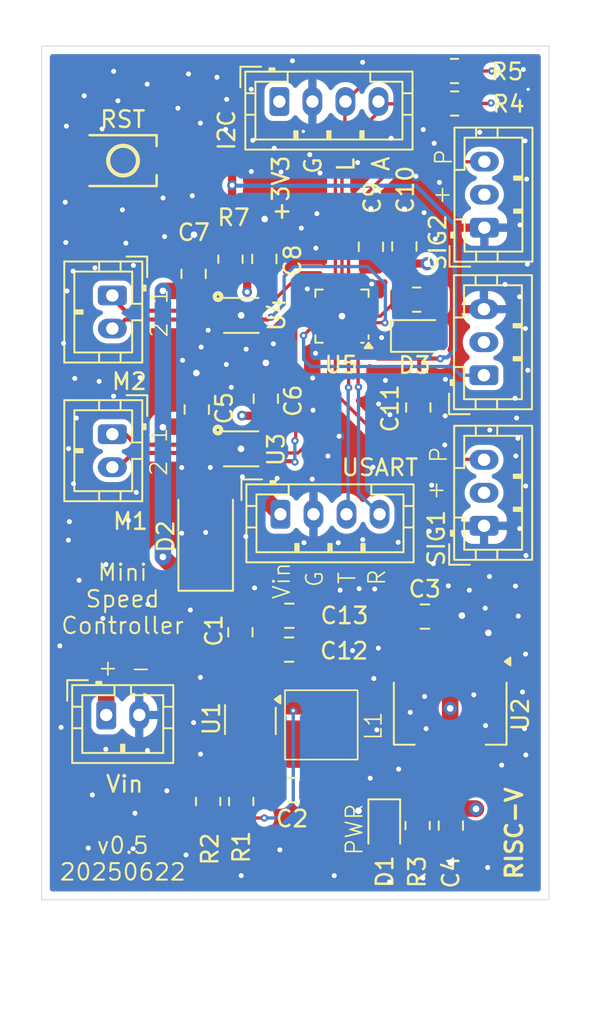
<source format=kicad_pcb>
(kicad_pcb (version 20241229) (generator "pcbnew") (generator_version "9.0")
  (layers (0 "F.Cu" signal) (4 "In1.Cu" signal) (6 "In2.Cu" signal) (2 "B.Cu" signal) (13 "F.Paste" user) (15 "B.Paste" user) (5 "F.SilkS" user "F.Silkscreen") (7 "B.SilkS" user "B.Silkscreen") (1 "F.Mask" user) (3 "B.Mask" user) (25 "Edge.Cuts" user))
  (net 0 "")
  (net 1 "/V_in")
  (net 2 "GND")
  (net 3 "/+3V3")
  (net 4 "/nRST")
  (net 5 "Net-(D1-A)")
  (net 6 "Net-(D3-A)")
  (net 7 "/motor1_out2")
  (net 8 "/motor1_out1")
  (net 9 "/SWDIO")
  (net 10 "/motor2_out1")
  (net 11 "/motor2_out2")
  (net 12 "/SDA")
  (net 13 "/uart_tx")
  (net 14 "/pwm_speed_input1")
  (net 15 "/pwm_speed_input2")
  (net 16 "Net-(U1-BST)")
  (net 17 "/SCL")
  (net 18 "Net-(U5-PA2)")
  (net 19 "/motcon1_pwm_in1")
  (net 20 "/motcon1_sleep")
  (net 21 "/motcon1_in2")
  (net 22 "/motcon2_pwm_in1")
  (net 23 "/motcon2_sleep")
  (net 24 "/motcon2_in2")
  (net 26 "/uart_rx")
  (net 27 "/V_dcdc")
  (net 30 "Net-(D2-A)")
  (net 31 "Net-(U1-FB)")
  (net 32 "/SW")
  (footprint "Resistor_SMD:R_0805_2012Metric_Pad1.20x1.40mm_HandSolder" (layer "F.Cu") (at 31.6 114.05 90)
    (property "Reference" "R1")
    (property "Value" "82k" (hide yes))
  )
  (footprint "libs:WSON-8_L2.0-W2.0-P0.50-TL-EP" (layer "F.Cu") (at 31.60125 84.605)
    (property "Reference" "U4")
    (property "Value" "DRV8837DSGR" (hide yes))
  )
  (footprint "Capacitor_SMD:C_0805_2012Metric_Pad1.18x1.45mm_HandSolder" (layer "F.Cu") (at 41.475 80.425 -90)
    (property "Reference" "C10")
    (property "Value" "10uF" (hide yes))
  )
  (footprint "libs:SW-SMD_L3.9-W3.0-P4.45" (layer "F.Cu") (at 24.45 75.23 180)
    (property "Reference" "SW2" (hide yes))
    (property "Value" "TS-1088-AR02016" (hide yes))
  )
  (footprint "Capacitor_SMD:C_0805_2012Metric_Pad1.18x1.45mm_HandSolder" (layer "F.Cu") (at 31.55 103.8 90)
    (property "Reference" "C1")
    (property "Value" "10uF" (hide yes))
  )
  (footprint "Connector_JST:JST_PH_B3B-PH-K_1x03_P2.00mm_Vertical" (layer "F.Cu") (at 46.3 97.35 90)
    (property "Reference" "J10" (hide yes))
    (property "Value" "Conn_01x03_Socket" (hide yes))
  )
  (footprint "Resistor_SMD:R_0805_2012Metric_Pad1.20x1.40mm_HandSolder" (layer "F.Cu") (at 42.225 83.65)
    (property "Reference" "R6" (hide yes))
    (property "Value" "330" (hide yes))
  )
  (footprint "Connector_JST:JST_PH_B3B-PH-K_1x03_P2.00mm_Vertical" (layer "F.Cu") (at 46.32 79.29 90)
    (property "Reference" "J9" (hide yes))
    (property "Value" "Conn_01x03_Socket" (hide yes))
  )
  (footprint "Connector_JST:JST_PH_B3B-PH-K_1x03_P2.00mm_Vertical" (layer "F.Cu") (at 46.29 88.23 90)
    (property "Reference" "J11" (hide yes))
    (property "Value" "Conn_01x03_Socket" (hide yes))
  )
  (footprint "Resistor_SMD:R_0805_2012Metric_Pad1.20x1.40mm_HandSolder" (layer "F.Cu") (at 30.95 81.2 90)
    (property "Reference" "R7")
    (property "Value" "10k" (hide yes))
  )
  (footprint "Capacitor_SMD:C_0805_2012Metric_Pad1.18x1.45mm_HandSolder" (layer "F.Cu") (at 44.29 115.5125 -90)
    (property "Reference" "C4")
    (property "Value" "10uF" (hide yes))
  )
  (footprint "Resistor_SMD:R_0805_2012Metric_Pad1.20x1.40mm_HandSolder" (layer "F.Cu") (at 44.52 71.77 180)
    (property "Reference" "R4")
    (property "Value" "10k" (hide yes))
  )
  (footprint "libs:WSON-8_L2.0-W2.0-P0.50-TL-EP" (layer "F.Cu") (at 31.59 92.6875)
    (property "Reference" "U3")
    (property "Value" "DRV8837DSGR" (hide yes))
  )
  (footprint "Connector_JST:JST_PH_B2B-PH-K_1x02_P2.00mm_Vertical" (layer "F.Cu") (at 23.43 108.81)
    (property "Reference" "J1" (hide yes))
    (property "Value" "Conn_01x02_Socket" (hide yes))
  )
  (footprint "Capacitor_SMD:C_0805_2012Metric_Pad1.18x1.45mm_HandSolder" (layer "F.Cu") (at 34.5175 102.8 180)
    (property "Reference" "C13")
    (property "Value" "22uF" (hide yes))
  )
  (footprint "Connector_JST:JST_PH_B4B-PH-K_1x04_P2.00mm_Vertical" (layer "F.Cu") (at 33.975 96.65)
    (property "Reference" "J6" (hide yes))
    (property "Value" "Conn_01x04_Socket" (hide yes))
  )
  (footprint "Capacitor_SMD:C_0805_2012Metric_Pad1.18x1.45mm_HandSolder" (layer "F.Cu") (at 28.91 90.3075 -90)
    (property "Reference" "C5")
    (property "Value" "100nF" (hide yes))
  )
  (footprint "LED_SMD:LED_0805_2012Metric" (layer "F.Cu") (at 40.26 115.6025 -90)
    (property "Reference" "D1")
    (property "Value" "LED" (hide yes))
  )
  (footprint "Capacitor_SMD:C_0805_2012Metric_Pad1.18x1.45mm_HandSolder" (layer "F.Cu") (at 34.5 104.85 180)
    (property "Reference" "C12")
    (property "Value" "22uF" (hide yes))
  )
  (footprint "Connector_JST:JST_PH_B4B-PH-K_1x04_P2.00mm_Vertical" (layer "F.Cu") (at 33.91 71.65)
    (property "Reference" "J5" (hide yes))
    (property "Value" "Conn_01x04_Socket" (hide yes))
  )
  (footprint "Package_TO_SOT_SMD:SOT-223-3_TabPin2" (layer "F.Cu") (at 44.25 108.7 -90)
    (property "Reference" "U2")
    (property "Value" "AMS1117-3.3" (hide yes))
  )
  (footprint "Capacitor_SMD:C_0805_2012Metric_Pad1.18x1.45mm_HandSolder" (layer "F.Cu") (at 28.72 82.09 -90)
    (property "Reference" "C7")
    (property "Value" "100nF" (hide yes))
  )
  (footprint "Diode_SMD:D_SMA" (layer "F.Cu") (at 29.45 97.775 90)
    (property "Reference" "D2")
    (property "Value" "SS26" (hide yes))
  )
  (footprint "Resistor_SMD:R_0805_2012Metric_Pad1.20x1.40mm_HandSolder" (layer "F.Cu") (at 44.51 69.8)
    (property "Reference" "R5")
    (property "Value" "10k" (hide yes))
  )
  (footprint "Capacitor_SMD:C_0805_2012Metric_Pad1.18x1.45mm_HandSolder" (layer "F.Cu") (at 42.72 102.85)
    (property "Reference" "C3")
    (property "Value" "10uF" (hide yes))
  )
  (footprint "Resistor_SMD:R_0805_2012Metric_Pad1.20x1.40mm_HandSolder" (layer "F.Cu") (at 29.6 114.05 -90)
    (property "Reference" "R2")
    (property "Value" "10k" (hide yes))
  )
  (footprint "Package_DFN_QFN:QFN-20-1EP_3x3mm_P0.4mm_EP1.65x1.65mm" (layer "F.Cu") (at 37.7 84.65 180)
    (property "Reference" "U5")
    (property "Value" "CH32V003FxUx" (hide yes))
  )
  (footprint "libs:CPX0420" (layer "F.Cu") (at 39.9 104.41 90)
    (property "Reference" "L1")
    (property "Value" "3.3uH" (hide yes))
  )
  (footprint "Connector_JST:JST_PH_B2B-PH-K_1x02_P2.00mm_Vertical" (layer "F.Cu") (at 23.8 91.8 -90)
    (property "Reference" "J2" (hide yes))
    (property "Value" "Conn_01x02_Socket" (hide yes))
  )
  (footprint "Resistor_SMD:R_0805_2012Metric_Pad1.20x1.40mm_HandSolder" (layer "F.Cu") (at 42.28 115.51 90)
    (property "Reference" "R3")
    (property "Value" "330" (hide yes))
  )
  (footprint "Capacitor_SMD:C_0805_2012Metric_Pad1.18x1.45mm_HandSolder" (layer "F.Cu") (at 39.45 80.45 -90)
    (property "Reference" "C9")
    (property "Value" "100nF" (hide yes))
  )
  (footprint "Capacitor_SMD:C_0805_2012Metric_Pad1.18x1.45mm_HandSolder" (layer "F.Cu") (at 33 81.1875 -90)
    (property "Reference" "C8")
    (property "Value" "100nF" (hide yes))
  )
  (footprint "Capacitor_SMD:C_0805_2012Metric_Pad1.18x1.45mm_HandSolder" (layer "F.Cu") (at 42.32 90.18 -90)
    (property "Reference" "C11")
    (property "Value" "100nF" (hide yes))
  )
  (footprint "Capacitor_SMD:C_0805_2012Metric_Pad1.18x1.45mm_HandSolder" (layer "F.Cu") (at 34.6625 113.36)
    (property "Reference" "C2")
    (property "Value" "220nF" (hide yes))
  )
  (footprint "Package_TO_SOT_SMD:TSOT-23-6_HandSoldering" (layer "F.Cu") (at 32.18 109.09 -90)
    (property "Reference" "U1")
    (property "Value" "AP62300TWU" (hide yes))
  )
  (footprint "Connector_JST:JST_PH_B2B-PH-K_1x02_P2.00mm_Vertical" (layer "F.Cu") (at 23.8 83.4 -90)
    (property "Reference" "J4" (hide yes))
    (property "Value" "Conn_01x02_Socket" (hide yes))
  )
  (footprint "Capacitor_SMD:C_0805_2012Metric_Pad1.18x1.45mm_HandSolder" (layer "F.Cu") (at 33.09 89.65 -90)
    (property "Reference" "C6")
    (property "Value" "100nF" (hide yes))
  )
  (footprint "LED_SMD:LED_0805_2012Metric" (layer "F.Cu") (at 42.35 85.85)
    (property "Reference" "D3")
    (property "Value" "LED" (hide yes))
  )
  (gr_rect (start 19.52 68.28) (end 50.23 120) (stroke (width 0.05)) (fill no) (layer "Edge.Cuts"))
  (gr_text "G" (at 35.95 75.53 90) (layer "F.SilkS") (effects (font (size 1 1))))
  (gr_text "PWR" (at 39.03 115.74 90) (layer "F.SilkS") (effects (font (size 1 1) (thickness 0.1)) (justify bottom)))
  (gr_text "2" (at 27.225 86.025 90) (layer "F.SilkS") (effects (font (size 1 1) (thickness 0.1)) (justify left bottom)))
  (gr_text "1" (at 27.225 84 90) (layer "F.SilkS") (effects (font (size 1 1) (thickness 0.1)) (justify left bottom)))
  (gr_text "USART" (at 39.99 93.82 0) (layer "F.SilkS") (effects (font (size 1 1))))
  (gr_text "RISC-V" (at 48.71 118.87 90) (layer "F.SilkS") (effects (font (size 1 1) (thickness 0.2) (bold yes)) (justify left bottom)))
  (gr_text "M1" (at 23.75 97.66 0) (layer "F.SilkS") (effects (font (size 1 1)) (justify left bottom)))
  (gr_text "-" (at 26.21 105.54 180) (layer "F.SilkS") (effects (font (size 1 1) (thickness 0.1)) (justify left bottom)))
  (gr_text "SIG1" (at 44 99.88 90) (layer "F.SilkS") (effects (font (size 1 1)) (justify left bottom)))
  (gr_text "G" (at 36.63 101.14 90) (layer "F.SilkS") (effects (font (size 1 1) (thickness 0.1)) (justify left bottom)))
  (gr_text "+3V3" (at 34 76.93 90) (layer "F.SilkS") (effects (font (size 1 1))))
  (gr_text "Vin" (at 23.33 113.58 0) (layer "F.SilkS") (effects (font (size 1 1)) (justify left bottom)))
  (gr_text "2" (at 27.2 94.4 90) (layer "F.SilkS") (effects (font (size 1 1) (thickness 0.1)) (justify left bottom)))
  (gr_text "I2C" (at 30.72 73.39 90) (layer "F.SilkS") (effects (font (size 1 1))))
  (gr_text "R" (at 40.4 101.04 90) (layer "F.SilkS") (effects (font (size 1 1) (thickness 0.1)) (justify left bottom)))
  (gr_text "v0.5\n20250622" (at 24.43 118.91 0) (layer "F.SilkS") (effects (font (size 1 1) (thickness 0.125)) (justify bottom)))
  (gr_text "1" (at 27.19 92.4 90) (layer "F.SilkS") (effects (font (size 1 1) (thickness 0.1)) (justify left bottom)))
  (gr_text "SIG2" (at 44.08 81.96 90) (layer "F.SilkS") (effects (font (size 1 1)) (justify left bottom)))
  (gr_text "Mini\nSpeed\nController" (at 24.42 103.98 0) (layer "F.SilkS") (effects (font (size 1 1) (thickness 0.125)) (justify bottom)))
  (gr_text "M2" (at 23.68 89.19 0) (layer "F.SilkS") (effects (font (size 1 1)) (justify left bottom)))
  (gr_text "P" (at 44.14 93.61 90) (layer "F.SilkS") (effects (font (size 1 1) (thickness 0.1)) (justify left bottom)))
  (gr_text "+" (at 42.74 95.71 0) (layer "F.SilkS") (effects (font (size 1 1) (thickness 0.1)) (justify left bottom)))
  (gr_text "+" (at 24.04 106.69 90) (layer "F.SilkS") (effects (font (size 1 1) (thickness 0.1)) (justify left bottom)))
  (gr_text "RST" (at 24.43 72.73 0) (layer "F.SilkS") (effects (font (size 1 1))))
  (gr_text "T" (at 38.6 100.96 90) (layer "F.SilkS") (effects (font (size 1 1) (thickness 0.1)) (justify left bottom)))
  (gr_text "Vin" (at 34.63 101.87 90) (layer "F.SilkS") (effects (font (size 1 1) (thickness 0.1)) (justify left bottom)))
  (gr_text "+" (at 43.1 77.82 0) (layer "F.SilkS") (effects (font (size 1 1) (thickness 0.1)) (justify left bottom)))
  (gr_text "A" (at 40.06 75.42 90) (layer "F.SilkS") (effects (font (size 1 1))))
  (gr_text "P" (at 44.44 75.59 90) (layer "F.SilkS") (effects (font (size 1 1) (thickness 0.1)) (justify left bottom)))
  (gr_text "L" (at 37.94 75.47 90) (layer "F.SilkS") (effects (font (size 1 1))))
  (segment (start 23.9725 104.8375) (end 23.41 105.4) (width 1) (layer "F.Cu") (net 1))
  (segment (start 23.41 105.4) (end 23.43 105.42) (width 1) (layer "F.Cu") (net 1))
  (segment (start 31.55 105.7) (end 31.55 104.8375) (width 0.65) (layer "F.Cu") (net 1))
  (segment (start 31.23 106.02) (end 31.55 105.7) (width 0.65) (layer "F.Cu") (net 1))
  (segment (start 23.43 105.42) (end 23.43 108.81) (width 1) (layer "F.Cu") (net 1))
  (segment (start 31.23 107.38) (end 31.23 106.02) (width 0.65) (layer "F.Cu") (net 1))
  (segment (start 31.55 104.8375) (end 23.9725 104.8375) (width 1) (layer "F.Cu") (net 1))
  (segment (start 44.29 116.55) (end 44.29 117.75) (width 1) (layer "F.Cu") (net 2))
  (segment (start 46.55 105.55) (end 46.55 103.845) (width 1) (layer "F.Cu") (net 2))
  (segment (start 33.09 88.6125) (end 33.09 87.4825) (width 1) (layer "F.Cu") (net 2))
  (segment (start 38.7 114.61) (end 38.755 114.665) (width 0.5) (layer "F.Cu") (net 2))
  (segment (start 29.86375 85.355) (end 30.65125 85.355) (width 0.25) (layer "F.Cu") (net 2))
  (segment (start 43.76125 102.79) (end 44.95875 102.79) (width 1) (layer "F.Cu") (net 2))
  (segment (start 29.78875 85.43) (end 29.86375 85.355) (width 0.25) (layer "F.Cu") (net 2))
  (segment (start 40.2 85.85) (end 41.4125 85.85) (width 0.2) (layer "F.Cu") (net 2))
  (segment (start 29.67 85.43) (end 29.78875 85.43) (width 0.25) (layer "F.Cu") (net 2))
  (segment (start 40.1 85.95) (end 40.2 85.85) (width 0.2) (layer "F.Cu") (net 2))
  (segment (start 29.6 85.5) (end 29.67 85.43) (width 0.25) (layer "F.Cu") (net 2))
  (segment (start 33.4625 104.85) (end 33.4625 105.6375) (width 0.65) (layer "F.Cu") (net 2))
  (segment (start 38.755 114.665) (end 40.26 114.665) (width 0.5) (layer "F.Cu") (net 2))
  (segment (start 30.64 93.4375) (end 30.11 93.4375) (width 0.25) (layer "F.Cu") (net 2))
  (segment (start 33.4625 105.6375) (end 33.13 105.97) (width 0.65) (layer "F.Cu") (net 2))
  (segment (start 33.48 102.8) (end 33.48 104.8325) (width 0.5) (layer "F.Cu") (net 2))
  (segment (start 33 80.15) (end 33 78.79) (width 1) (layer "F.Cu") (net 2))
  (segment (start 39.15 84.25) (end 38.1 84.25) (width 0.2) (layer "F.Cu") (net 2))
  (segment (start 28.72 81.0525) (end 28.72 79.74) (width 1) (layer "F.Cu") (net 2))
  (segment (start 33.13 105.97) (end 33.13 107.38) (width 0.65) (layer "F.Cu") (net 2))
  (segment (start 28.91 89.27) (end 28.91 88.12) (width 1) (layer "F.Cu") (net 2))
  (segment (start 28.72 79.74) (end 28.74 79.72) (width 1) (layer "F.Cu") (net 2))
  (segment (start 33 78.79) (end 33.02 78.77) (width 1) (layer "F.Cu") (net 2))
  (segment (start 39.45 79.4125) (end 39.45 78.125) (width 0.5) (layer "F.Cu") (net 2))
  (segment (start 33.48 104.8325) (end 33.4625 104.85) (width 0.5) (layer "F.Cu") (net 2))
  (segment (start 46.55 103.845) (end 46.56 103.835) (width 1) (layer "F.Cu") (net 2))
  (segment (start 41.475 79.3875) (end 41.475 78.15) (width 0.5) (layer "F.Cu") (net 2))
  (segment (start 30.11 93.4375) (end 29.73 93.8175) (width 0.25) (layer "F.Cu") (net 2))
  (via (at 30.66 73.34) (size 0.6) (drill 0.3) (layers "F.Cu" "B.Cu") (net 2))
  (via (at 28 93.825) (size 0.6) (drill 0.3) (layers "F.Cu" "B.Cu") (net 2))
  (via (at 39.575 93.8) (size 0.6) (drill 0.3) (layers "F.Cu" "B.Cu") (net 2))
  (via (at 48.925 81.5) (size 0.6) (drill 0.3) (layers "F.Cu" "B.Cu") (net 2))
  (via (at 40.1 85.95) (size 0.6) (drill 0.3) (layers "F.Cu" "B.Cu") (net 2))
  (via (at 48.81 105.12) (size 0.6) (drill 0.3) (layers "F.Cu" "B.Cu") (net 2))
  (via (at 25.95 102.1) (size 0.6) (drill 0.3) (layers "F.Cu" "B.Cu") (net 2))
  (via (at 36.1 86.9) (size 0.6) (drill 0.3) (layers "F.Cu" "B.Cu") (net 2))
  (via (at 32.21 70.91) (size 0.6) (drill 0.3) (layers "F.Cu" "B.Cu") (net 2))
  (via (at 28.72 109.27) (size 0.6) (drill 0.3) (layers "F.Cu" "B.Cu") (net 2))
  (via (at 25.475 88.375) (size 0.6) (drill 0.3) (layers "F.Cu" "B.Cu") (net 2))
  (via (at 48.175 89.625) (size 0.6) (drill 0.3) (layers "F.Cu" "B.Cu") (net 2))
  (via (at 38.74 101.16) (size 0.6) (drill 0.3) (layers "F.Cu" "B.Cu") (net 2))
  (via (at 21.2 97.1) (size 0.6) (drill 0.3) (layers "F.Cu" "B.Cu") (net 2))
  (via (at 39.92 89.97) (size 0.6) (drill 0.3) (layers "F.Cu" "B.Cu") (net 2))
  (via (at 20.95 77.75) (size 0.6) (drill 0.3) (layers "F.Cu" "B.Cu") (net 2))
  (via (at 21.15 92.675) (size 0.6) (drill 0.3) (layers "F.Cu" "B.Cu") (net 2))
  (via (at 33.55 86.325) (size 0.6) (drill 0.3) (layers "F.Cu" "B.Cu") (net 2))
  (via (at 38.95 69.27) (size 0.6) (drill 0.3) (layers "F.Cu" "B.Cu") (net 2))
  (via (at 28.41 69.98) (size 0.6) (drill 0.3) (layers "F.Cu" "B.Cu") (net 2))
  (via (at 41.83 108.65) (size 0.6) (drill 0.3) (layers "F.Cu" "B.Cu") (net 2))
  (via (at 46.04 73.51) (size 0.6) (drill 0.3) (layers "F.Cu" "B.Cu") (net 2))
  (via (at 37.59 101.25) (size 0.6) (drill 0.3) (layers "F.Cu" "B.Cu") (net 2))
  (via (at 27.77 72.06) (size 0.6) (drill 0.3) (layers "F.Cu" "B.Cu") (net 2))
  (via (at 35.95 90.35) (size 0.6) (drill 0.3) (layers "F.Cu" "B.Cu") (net 2))
  (via (at 23.405 110.885) (size 0.6) (drill 0.3) (layers "F.Cu" "B.Cu") (net 2))
  (via (at 47.37 111.85) (size 0.6) (drill 0.3) (layers "F.Cu" "B.Cu") (net 2))
  (via (at 33.09 87.4825) (size 0.8) (drill 0.4) (layers "F.Cu" "B.Cu") (net 2))
  (via (at 25.93 110.96) (size 0.6) (drill 0.3) (layers "F.Cu" "B.Cu") (net 2))
  (via (at 43.35 79.975) (size 0.6) (drill 0.3) (layers "F.Cu" "B.Cu") (net 2))
  (via (at 23.875 89.5) (size 0.6) (drill 0.3) (layers "F.Cu" "B.Cu") (net 2))
  (via (at 33.6 74.475) (size 0.6) (drill 0.3) (layers "F.Cu" "B.Cu") (net 2))
  (via (at 31.60125 84.605) (size 0.8) (drill 0.4) (layers "F.Cu" "B.Cu") (net 2))
  (via (at 36.37 75.98) (size 0.6) (drill 0.3) (layers "F.Cu" "B.Cu") (net 2))
  (via (at 21.45 94.8) (size 0.6) (drill 0.3) (layers "F.Cu" "B.Cu") (net 2))
  (via (at 39.45 78.125) (size 0.6) (drill 0.3) (layers "F.Cu" "B.Cu") (net 2))
  (via (at 48.95 87.925) (size 0.6) (drill 0.3) (layers "F.Cu" "B.Cu") (net 2))
  (via (at 22.59 113.65) (size 0.6) (drill 0.3) (layers "F.Cu" "B.Cu") (net 2))
  (via (at 20.98 80.19) (size 0.6) (drill 0.3) (layers "F.Cu" "B.Cu") (net 2))
  (via (at 46.37 102.34) (size 0.6) (drill 0.3) (layers "F.Cu" "B.Cu") (net 2))
  (via (at 25.91 70.6) (size 0.6) (drill 0.3) (layers "F.Cu" "B.Cu") (net 2))
  (via (at 28.74 79.72) (size 0.8) (drill 0.4) (layers "F.Cu" "B.Cu") (net 2))
  (via (at 33.94 116.98) (size 0.6) (drill 0.3) (layers "F.Cu" "B.Cu") (net 2))
  (via (at 38.65 75.35) (size 0.6) (drill 0.3) (layers "F.Cu" "B.Cu") (net 2))
  (via (at 37.23 118.54) (size 0.6) (drill 0.3) (layers "F.Cu" "B.Cu") (net 2))
  (via (at 37.525 91.925) (size 0.6) (drill 0.3) (layers "F.Cu" "B.Cu") (net 2))
  (via (at 35.4 98.375) (size 0.6) (drill 0.3) (layers "F.Cu" "B.Cu") (net 2))
  (via (at 29.73 93.8175) (size 0.6) (drill 0.3) (layers "F.Cu" "B.Cu") (net 2))
  (via (at 44.14 100.99) (size 0.6) (drill 0.3) (layers "F.Cu" "B.Cu") (net 2))
  (via (at 48.22 93.12) (size 0.6) (drill 0.3) (layers "F.Cu" "B.Cu") (net 2))
  (via (at 48.68 69.71) (size 0.6) (drill 0.3) (layers "F.Cu" "B.Cu") (net 2))
  (via (at 40.33 88.54) (size 0.6) (drill 0.3) (layers "F.Cu" "B.Cu") (net 2))
  (via (at 48.8 85.4) (size 0.6) (drill 0.3) (layers "F.Cu" "B.Cu") (net 2))
  (via (at 29.45 97.75) (size 0.6) (drill 0.3) (layers "F.Cu" "B.Cu") (net 2))
  (via (at 48.84 99.15) (size 0.6) (drill 0.3) (layers "F.Cu" "B.Cu") (net 2))
  (via (at 24.41 78.21) (size 0.6) (drill 0.3) (layers "F.Cu" "B.Cu") (net 2))
  (via (at 34.01 75.92) (size 0.6) (drill 0.3) (layers "F.Cu" "B.Cu") (net 2))
  (via (at 28 97.8) (size 0.6) (drill 0.3) (layers "F.Cu" "B.Cu") (net 2))
  (via (at 22.34 116.87) (size 0.6) (drill 0.3) (layers "F.Cu" "B.Cu") (net 2))
  (via (at 29.13 72.96) (size 0.6) (drill 0.3) (layers "F.Cu" "B.Cu") (net 2))
  (via (at 43.23 99.64) (size 0.6) (drill 0.3) (layers "F.Cu" "B.Cu") (net 2))
  (via (at 40.675 73.875) (size 0.6) (drill 0.3) (layers "F.Cu" "B.Cu") (net 2))
  (via (at 48.83 111.23) (size 0.6) (drill 0.3) (layers "F.Cu" "B.Cu") (net 2))
  (via (at 30.72 71.52) (size 0.6) (drill 0.3) (layers "F.Cu" "B.Cu") (net 2))
  (via (at 42.62 73.35) (size 0.6) (drill 0.3) (layers "F.Cu" "B.Cu") (net 2))
  (via (at 20.85 86.3) (size 0.6) (drill 0.3) (layers "F.Cu" "B.Cu") (net 2))
  (via (at 29.13 106.53) (size 0.6) (drill 0.3) (layers "F.Cu" "B.Cu") (net 2))
  (via (at 25.075 81.575) (size 0.6) (drill 0.3) (layers "F.Cu" "B.Cu") (net 2))
  (via (at 42.175 76.175) (size 0.6) (drill 0.3) (layers "F.Cu" "B.Cu") (net 2))
  (via (at 48.45 83.475) (size 0.6) (drill 0.3) (layers "F.Cu" "B.Cu") (net 2))
  (via (at 24.62 80.23) (size 0.6) (drill 0.3) (layers "F.Cu" "B.Cu") (net 2))
  (via (at 28.26 117.29) (size 0.6) (drill 0.3) (layers "F.Cu" "B.Cu") (net 2))
  (via (at 35.36 73.46) (size 0.45) (drill 0.2) (layers "F.Cu" "B.Cu") (net 2))
  (via (at 20.62 104.62) (size 0.6) (drill 0.3) (layers "F.Cu" "B.Cu") (net 2))
  (via (at 45.41 101.25) (size 0.6) (drill 0.3) (layers "F.Cu" "B.Cu") (net 2))
  (via (at 32.3 74) (size 0.6) (drill 0.3) (layers "F.Cu" "B.Cu") (net 2))
  (via (at 41.475 78.15) (size 0.6) (drill 0.3) (layers "F.Cu" "B.Cu") (net 2))
  (via (at 48.37 102.82) (size 0.6) (drill 0.3) (layers "F.Cu" "B.Cu") (net 2))
  (via (at 30.13 70.18) (size 0.6) (drill 0.3) (layers "F.Cu" "B.Cu") (net 2))
  (via (at 31.875 98) (size 0.6) (drill 0.3) (layers "F.Cu" "B.Cu") (net 2))
  (via (at 48.97 70.91) (size 0.45) (drill 0.2) (layers "F.Cu" "B.Cu") (net 2))
  (via (at 27.1 113.4) (size 0.6) (drill 0.3) (layers "F.Cu" "B.Cu") (net 2))
  (via (at 23.41 99.69) (size 0.6) (drill 0.3) (layers "F.Cu" "B.Cu") (net 2))
  (via (at 39.41 112.64) (size 0.6) (drill 0.3) (layers "F.Cu" "B.Cu") (net 2))
  (via (at 44.95875 102.79) (size 0.8) (drill 0.4) (layers "F.Cu" "B.Cu") (net 2))
  (via (at 22.75 81.725) (size 0.6) (drill 0.3) (layers "F.Cu" "B.Cu") (net 2))
  (via (at 45.68 107.59) (size 0.6) (drill 0.3) (layers "F.Cu" "B.Cu") (net 2))
  (via (at 21.625 90.825) (size 0.6) (drill 0.3) (layers "F.Cu" "B.Cu") (net 2))
  (via (at 24.775 97.025) (size 0.6) (drill 0.3) (layers "F.Cu" "B.Cu") (net 2))
  (via (at 36.85 93.125) (size 0.6) (drill 0.3) (layers "F.Cu" "B.Cu") (net 2))
  (via (at 48.27 90.82) (size 0.6) (drill 0.3) (layers "F.Cu" "B.Cu") (net 2))
  (via (at 39.9 104.76) (size 0.6) (drill 0.3) (layers "F.Cu" "B.Cu") (net 2))
  (via (at 30.7 87.575) (size 0.6) (drill 0.3) (layers "F.Cu" "B.Cu") (net 2))
  (via (at 43.92 92.45) (size 0.6) (drill 0.3) (layers "F.Cu" "B.Cu") (net 2))
  (via (at 35.75 74.87) (size 0.6) (drill 0.3) (layers "F.Cu" "B.Cu") (net 2))
  (via (at 39.5 82.7) (size 0.6) (drill 0.3) (layers "F.Cu" "B.Cu") (net 2))
  (via (at 34.7 69.18) (size 0.6) (drill 0.3) (layers "F.Cu" "B.Cu") (net 2))
  (via (at 31.59 92.6875) (size 0.8) (drill 0.4) (layers "F.Cu" "B.Cu") (net 2))
  (via (at 40.58 118.92) (size 0.6) (drill 0.3) (layers "F.Cu" "B.Cu") (net 2))
  (via (at 20.7 109.56) (size 0.6) (drill 0.3) (layers "F.Cu" "B.Cu") (net 2))
  (via (at 31.6 118.54) (size 0.6) (drill 0.3) (layers "F.Cu" "B.Cu") (net 2))
  (via (at 48.82 94.94) (size 0.6) (drill 0.3) (layers "F.Cu" "B.Cu") (net 2))
  (via (at 48.46 97.52) (size 0.6) (drill 0.3) (layers "F.Cu" "B.Cu") (net 2))
  (via (at 48.875 76.35) (size 0.6) (drill 0.3) (layers "F.Cu" "B.Cu") (net 2))
  (via (at 48.475 79.125) (size 0.6) (drill 0.3) (layers "F.Cu" "B.Cu") (net 2))
  (via (at 48.63 107.42) (size 0.6) (drill 0.3) (layers "F.Cu" "B.Cu") (net 2))
  (via (at 21.525 88.425) (size 0.6) (drill 0.3) (layers "F.Cu" "B.Cu") (net 2))
  (via (at 37.475 98.375) (size 0.6) (drill 0.3) (layers "F.Cu" "B.Cu") (net 2))
  (via (at 29.175 86.525) (size 0.6) (drill 0.3) (layers "F.Cu" "B.Cu") (net 2))
  (via (at 33.775 94.475) (size 0.6) (drill 0.3) (layers "F.Cu" "B.Cu") (net 2))
  (via (at 39.81 109.71) (size 0.6) (drill 0.3) (layers "F.Cu" "B.Cu") (net 2))
  (via (at 43.6 76.55) (size 0.6) (drill 0.3) (layers "F.Cu" "B.Cu") (net 2))
  (via (at 42.7 107.69) (size 0.6) (drill 0.3) (layers "F.Cu" "B.Cu") (net 2))
  (via (at 32.41 101.11) (size 0.6) (drill 0.3) (layers "F.Cu" "B.Cu") (net 2))
  (via (at 21.14 98.22) (size 0.6) (drill 0.3) (layers "F.Cu" "B.Cu") (net 2))
  (via (at 24.14 71.6) (size 0.6) (drill 0.3) (layers "F.Cu" "B.Cu") (net 2))
  (via (at 43.28 74.18) (size 0.6) (drill 0.3) (layers "F.Cu" "B.Cu") (net 2))
  (via (at 35.9 94.525) (size 0.6) (drill 0.3) (layers "F.Cu" "B.Cu") (net 2))
  (via (at 43.96 88.48) (size 0.6) (drill 0.3) (layers "F.Cu" "B.Cu") (net 2))
  (via (at 23.23 102.96) (size 0.6) (drill 0.3) (layers "F.Cu" "B.Cu") (net 2))
  (via (at 46.39 109.45) (size 0.6) (drill 0.3) (layers "F.Cu" "B.Cu") (net 2))
  (via (at 22.1 71.3) (size 0.6) (drill 0.3) (layers "F.Cu" "B.Cu") (net 2))
  (via (at 38.96 98.19) (size 0.6) (drill 0.3) (layers "F.Cu" "B.Cu") (net 2))
  (via (at 31.9 86.65) (size 0.6) (drill 0.3) (layers "F.Cu" "B.Cu") (net 2))
  (via (at 48.78 74.03) (size 0.6) (drill 0.3) (layers "F.Cu" "B.Cu") (net 2))
  (via (at 46.63 100.42) (size 0.6) (drill 0.3) (layers "F.Cu" "B.Cu") (net 2))
  (via (at 36.18 78.44) (size 0.6) (drill 0.3) (layers "F.Cu" "B.Cu") (net 2))
  (via (at 21.05 83.125) (size 0.6) (drill 0.3) (layers "F.Cu" "B.Cu") (net 2))
  (via (at 31.675 94.375) (size 0.6) (drill 0.3) (layers "F.Cu" "B.Cu") (net 2))
  (via (at 25.06 116.91) (size 0.6) (drill 0.3) (layers "F.Cu" "B.Cu") (net 2))
  (via (at 23 88.6) (size 0.6) (drill 0.3) (layers "F.Cu" "B.Cu") (net 2))
  (via (at 29.6 85.5) (size 0.6) (drill 0.3) (layers "F.Cu" "B.Cu") (net 2))
  (via (at 26.87 77.49) (size 0.6) (drill 0.3) (layers "F.Cu" "B.Cu") (net 2))
  (via (at 37.7 84.65) (size 0.8) (drill 0.4) (layers "F.Cu" "B.Cu") (net 2))
  (via (at 28.52 102.45) (size 0.6) (drill 0.3) (layers "F.Cu" "B.Cu") (net 2))
  (via (at 28.885 88.095) (size 0.8) (drill 0.4) (layers "F.Cu" "B.Cu") (net 2))
  (via (at 41.1 98.35) (size 0.6) (drill 0.3) (layers "F.Cu" "B.Cu") (net 2))
  (via (at 31 88.96) (size 0.6) (drill 0.3) (layers "F.Cu" "B.Cu") (net 2))
  (via (at 35.24 79.32) (size 0.6) (drill 0.3) (layers "F.Cu" "B.Cu") (net 2))
  (via (at 43.95 90.69) (size 0.6) (drill 0.3) (layers "F.Cu" "B.Cu") (net 2))
  (via (at 21.425 81.925) (size 0.6) (drill 0.3) (layers "F.Cu" "B.Cu") (net 2))
  (via (at 23.18 73.31) (size 0.6) (drill 0.3) (layers "F.Cu" "B.Cu") (net 2))
  (via (at 46.52 118.05) (size 0.6) (drill 0.3) (layers "F.Cu" "B.Cu") (net 2))
  (via (at 32.21 75.89) (size 0.6) (drill 0.3) (layers "F.Cu" "B.Cu") (net 2))
  (via (at 21.02 73.14) (size 0.6) (drill 0.3) (layers "F.Cu" "B.Cu") (net 2))
  (via (at 47.575 82.725) (size 0.6) (drill 0.3) (layers "F.Cu" "B.Cu") (net 2))
  (via (at 33.02 78.77) (size 0.8) (drill 0.4) (layers "F.Cu" "B.Cu") (net 2))
  (via (at 40.6 90.62) (size 0.6) (drill 0.3) (layers "F.Cu" "B.Cu") (net 2))
  (via (at 29.14 111.18) (size 0.6) (drill 0.3) (layers "F.Cu" "B.Cu") (net 2))
  (via (at 42.67 78.38) (size 0.6) (drill 0.3) (layers "F.Cu" "B.Cu") (net 2))
  (via (at 35.925 88.4) (size 0.6) (drill 0.3) (layers "F.Cu" "B.Cu") (net 2))
  (via (at 42.6 118.69) (size 0.6) (drill 0.3) (layers "F.Cu" "B.Cu") (net 2))
  (via (at 39.68 101.18) (size 0.6) (drill 0.3) (layers "F.Cu" "B.Cu") (net 2))
  (via (at 28.64 77.36) (size 0.6) (drill 0.3) (layers "F.Cu" "B.Cu") (net 2))
  (via (at 48.2 101) (size 0.6) (drill 0.3) (layers "F.Cu" "B.Cu") (net 2))
  (via (at 41.13 112.09) (size 0.6) (drill 0.3) (layers "F.Cu" "B.Cu") (net 2))
  (via (at 23.88 69.82) (size 0.6) (drill 0.3) (layers "F.Cu" "B.Cu") (net 2))
  (via (at 38.34 104.91) (size 0.6) (drill 0.3) (layers "F.Cu" "B.Cu") (net 2))
  (via (at 46.56 103.835) (size 0.8) (drill 0.4) (layers "F.Cu" "B.Cu") (net 2))
  (via (at 39.63 106.6) (size 0.6) (drill 0.3) (layers "F.Cu" "B.Cu") (net 2))
  (via (at 43.13 94.89) (size 0.6) (drill 0.3) (layers "F.Cu" "B.Cu") (net 2))
  (via (at 46.65 91.55) (size 0.6) (drill 0.3) (layers "F.Cu" "B.Cu") (net 2))
  (via (at 26.96 79.83) (size 0.6) (drill 0.3) (layers "F.Cu" "B.Cu") (net 2))
  (via (at 48.35 92.05) (size 0.6) (drill 0.3) (layers "F.Cu" "B.Cu") (net 2))
  (via (at 35.6 83) (size 0.6) (drill 0.3) (layers "F.Cu" "B.Cu") (net 2))
  (via (at 25.25 95.325) (size 0.6) (drill 0.3) (layers "F.Cu" "B.Cu") (net 2))
  (via (at 21.79 100.65) (size 0.6) (drill 0.3) (layers "F.Cu" "B.Cu") (net 2))
  (via (at 42.98 97.68) (size 0.6) (drill 0.3) (layers "F.Cu" "B.Cu") (net 2))
  (via (at 44.29 117.75) (size 0.8) (drill 0.4) (layers "F.Cu" "B.Cu") (net 2))
  (via (at 25.17 114.76) (size 0.6) (drill 0.3) (layers "F.Cu" "B.Cu") (net 2))
  (via (at 28.05 87.325) (size 0.6) (drill 0.3) (layers "F.Cu" "B.Cu") (net 2))
  (via (at 48.75 109.64) (size 0.6) (drill 0.3) (layers "F.Cu" "B.Cu") (net 2))
  (via (at 38.7 114.61) (size 0.8) (drill 0.4) (layers "F.Cu" "B.Cu") (net 2))
  (via (at 36.12 80.53) (size 0.6) (drill 0.3) (layers "F.Cu" "B.Cu") (net 2))
  (via (at 42.79 109.64) (size 0.6) (drill 0.3) (layers "F.Cu" "B.Cu") (net 2))
  (segment (start 44.29 114.475) (end 44.29 111.89) (width 1) (layer "F.Cu") (net 3))
  (segment (start 33.22 91.8) (end 33.22 90.8175) (width 0.25) (layer "F.Cu") (net 3))
  (segment (start 33.13 83.6) (end 33.13 82.8075) (width 0.25) (layer "F.Cu") (net 3))
  (segment (start 31.6625 90.6875) (end 31.65 90.675) (width 0.25) (layer "F.Cu") (net 3))
  (segment (start 44.25 105.55) (end 44.25 108.41) (width 1) (layer "F.Cu") (net 3))
  (segment (start 45.785 114.475) (end 45.81 114.5) (width 1) (layer "F.Cu") (net 3))
  (segment (start 32.875 83.855) (end 33.13 83.6) (width 0.25) (layer "F.Cu") (net 3))
  (segment (start 41.475 81.4625) (end 42.8375 81.4625) (width 0.5) (layer "F.Cu") (net 3))
  (segment (start 31.96 82.25) (end 32.01 82.2) (width 0.5) (layer "F.Cu") (net 3))
  (segment (start 32.01 82.2) (end 32.975 82.2) (width 0.5) (layer "F.Cu") (net 3))
  (segment (start 44.29 111.89) (end 44.25 111.85) (width 1) (layer "F.Cu") (net 3))
  (segment (start 45.52 71.77) (end 46.69 71.77) (width 0.2) (layer "F.Cu") (net 3))
  (segment (start 46.69 71.77) (end 46.72 71.74) (width 0.2) (layer "F.Cu") (net 3))
  (segment (start 33.09 90.6875) (end 31.6625 90.6875) (width 0.5) (layer "F.Cu") (net 3))
  (segment (start 30.95 82.2) (end 32.01 82.2) (width 0.5) (layer "F.Cu") (net 3))
  (segment (start 32.54 91.9375) (end 33.0825 91.9375) (width 0.25) (layer "F.Cu") (net 3))
  (segment (start 44.29 114.475) (end 42.315 114.475) (width 1) (layer "F.Cu") (net 3))
  (segment (start 42.8375 81.4625) (end 42.85 81.475) (width 0.2) (layer "F.Cu") (net 3))
  (segment (start 44.29 114.475) (end 45.785 114.475) (width 1) (layer "F.Cu") (net 3))
  (segment (start 38.5 82.4375) (end 39.45 81.4875) (width 0.2) (layer "F.Cu") (net 3))
  (segment (start 38.5 83.2) (end 38.5 82.4375) (width 0.2) (layer "F.Cu") (net 3))
  (segment (start 32.55125 83.855) (end 32.875 83.855) (width 0.25) (layer "F.Cu") (net 3))
  (segment (start 39.45 81.4875) (end 41.45 81.4875) (width 0.5) (layer "F.Cu") (net 3))
  (segment (start 44.25 108.41) (end 44.25 111.85) (width 1) (layer "F.Cu") (net 3))
  (segment (start 33.0825 91.9375) (end 33.22 91.8) (width 0.25) (layer "F.Cu") (net 3))
  (segment (start 45.51 69.8) (end 46.77 69.8) (width 0.2) (layer "F.Cu") (net 3))
  (segment (start 31.96 83.19) (end 31.96 82.25) (width 0.5) (layer "F.Cu") (net 3))
  (via (at 45.81 114.5) (size 0.8) (drill 0.4) (layers "F.Cu" "B.Cu") (net 3))
  (via (at 42.85 81.475) (size 0.8) (drill 0.4) (layers "F.Cu" "B.Cu") (net 3))
  (via (at 46.77 69.8) (size 0.45) (drill 0.2) (layers "F.Cu" "B.Cu") (net 3))
  (via (at 46.72 71.74) (size 0.45) (drill 0.2) (layers "F.Cu" "B.Cu") (net 3))
  (via (at 31.65 90.675) (size 0.6) (drill 0.3) (layers "F.Cu" "B.Cu") (net 3))
  (via (at 44.25 108.41) (size 0.8) (drill 0.4) (layers "F.Cu" "B.Cu") (net 3))
  (via (at 31.96 83.19) (size 0.6) (drill 0.3) (layers "F.Cu" "B.Cu") (net 3))
  (segment (start 31.05 76.72) (end 31.05 75.94) (width 0.5) (layer "F.Cu") (net 4))
  (segment (start 42.47 87.22) (end 42.38 87.31) (width 0.2) (layer "F.Cu") (net 4))
  (segment (start 31.05 76.72) (end 31.05 78.1875) (width 0.5) (layer "F.Cu") (net 4))
  (segment (start 39.15 86.5) (end 39.87 87.22) (width 0.25) (layer "F.Cu") (net 4))
  (segment (start 27.19 75.24) (end 30.37 75.24) (width 0.5) (layer "F.Cu") (net 4))
  (segment (start 39.87 87.22) (end 42.47 87.22) (width 0.25) (layer "F.Cu") (net 4))
  (segment (start 31.05 78.1875) (end 31.0525 78.19) (width 0.5) (layer "F.Cu") (net 4))
  (segment (start 31.05 75.94) (end 30.36 75.25) (width 0.5) (layer "F.Cu") (net 4))
  (segment (start 39.15 85.45) (end 39.15 86.5) (width 0.2) (layer "F.Cu") (net 4))
  (segment (start 31.05 78.1925) (end 31.0525 78.19) (width 0.5) (layer "F.Cu") (net 4))
  (segment (start 30.36 75.25) (end 30.37 75.24) (width 0.5) (layer "F.Cu") (net 4))
  (segment (start 42.38 87.31) (end 42.38 89.1525) (width 0.25) (layer "F.Cu") (net 4))
  (segment (start 31.05 80.1) (end 31.05 78.1925) (width 0.5) (layer "F.Cu") (net 4))
  (segment (start 42.47 87.22) (end 43.61 87.22) (width 0.25) (layer "F.Cu") (net 4))
  (via (at 43.65 87.225) (size 0.45) (drill 0.2) (layers "F.Cu" "B.Cu") (net 4))
  (via (at 31.05 76.72) (size 0.6) (drill 0.3) (layers "F.Cu" "B.Cu") (net 4))
  (segment (start 44.07 87.15) (end 44.55 86.67) (width 0.25) (layer "B.Cu") (net 4))
  (segment (start 31.08 76.75) (end 31.05 76.72) (width 0.25) (layer "B.Cu") (net 4))
  (segment (start 43.725 87.15) (end 44.07 87.15) (width 0.25) (layer "B.Cu") (net 4))
  (segment (start 44.53 86.65) (end 44.53 79.105) (width 0.25) (layer "B.Cu") (net 4))
  (segment (start 43.65 87.225) (end 43.725 87.15) (width 0.25) (layer "B.Cu") (net 4))
  (segment (start 44.55 86.67) (end 44.53 86.65) (width 0.25) (layer "B.Cu") (net 4))
  (segment (start 44.53 79.105) (end 42.175 76.75) (width 0.25) (layer "B.Cu") (net 4))
  (segment (start 42.175 76.75) (end 31.08 76.75) (width 0.25) (layer "B.Cu") (net 4))
  (segment (start 42.28 116.51) (end 40.29 116.51) (width 1) (layer "F.Cu") (net 5))
  (segment (start 43.225 83.65) (end 43.225 85.7875) (width 0.2) (layer "F.Cu") (net 6))
  (segment (start 30.64 92.9375) (end 25.0525 92.9375) (width 0.25) (layer "F.Cu") (net 7))
  (segment (start 25.0525 92.9375) (end 24.22 93.77) (width 0.25) (layer "F.Cu") (net 7))
  (segment (start 25.2275 92.4375) (end 24.56 91.77) (width 0.25) (layer "F.Cu") (net 8))
  (segment (start 24.56 91.77) (end 23.67 91.77) (width 0.25) (layer "F.Cu") (net 8))
  (segment (start 30.64 92.4375) (end 25.2275 92.4375) (width 0.25) (layer "F.Cu") (net 8))
  (segment (start 35.376 85.825) (end 35.751 85.45) (width 0.2) (layer "F.Cu") (net 9))
  (segment (start 35.751 85.45) (end 36.25 85.45) (width 0.2) (layer "F.Cu") (net 9))
  (via (at 35.376 85.825) (size 0.45) (drill 0.2) (layers "F.Cu" "B.Cu") (net 9))
  (segment (start 35.376 85.825) (end 35.376 87.276) (width 0.2) (layer "B.Cu") (net 9))
  (segment (start 44.88 88.23) (end 46.29 88.23) (width 0.2) (layer "B.Cu") (net 9))
  (segment (start 44.35 87.7) (end 44.88 88.23) (width 0.2) (layer "B.Cu") (net 9))
  (segment (start 35.8 87.7) (end 44.35 87.7) (width 0.2) (layer "B.Cu") (net 9))
  (segment (start 35.376 87.276) (end 35.8 87.7) (width 0.2) (layer "B.Cu") (net 9))
  (segment (start 30.61625 84.32) (end 24.57125 84.32) (width 0.25) (layer "F.Cu") (net 10))
  (segment (start 30.65125 84.355) (end 30.61625 84.32) (width 0.25) (layer "F.Cu") (net 10))
  (segment (start 24.57125 84.32) (end 23.65125 83.4) (width 0.25) (layer "F.Cu") (net 10))
  (segment (start 30.65125 84.855) (end 24.59 84.855) (width 0.25) (layer "F.Cu") (net 11))
  (segment (start 24.59 84.855) (end 24.045 85.4) (width 0.25) (layer "F.Cu") (net 11))
  (segment (start 37.7 83.2) (end 37.7 74.5) (width 0.2) (layer "F.Cu") (net 12))
  (segment (start 39.91 72.29) (end 39.91 71.65) (width 0.2) (layer "F.Cu") (net 12))
  (segment (start 37.7 74.5) (end 39.91 72.29) (width 0.2) (layer "F.Cu") (net 12))
  (segment (start 40.05 71.79) (end 39.91 71.65) (width 0.2) (layer "F.Cu") (net 12))
  (segment (start 43.28 71.79) (end 40.05 71.79) (width 0.2) (layer "F.Cu") (net 12))
  (segment (start 38.1 88.927) (end 38.1 86.274) (width 0.2) (layer "F.Cu") (net 13))
  (segment (start 38.1 88.975) (end 38.124 88.951) (width 0.25) (layer "F.Cu") (net 13))
  (segment (start 38.124 88.951) (end 38.1 88.927) (width 0.2) (layer "F.Cu") (net 13))
  (via (at 38.1 88.975) (size 0.45) (drill 0.2) (layers "F.Cu" "B.Cu") (net 13))
  (segment (start 38.1 88.975) (end 38.075 89) (width 0.25) (layer "B.Cu") (net 13))
  (segment (start 38.075 89) (end 38.075 96.05) (width 0.2) (layer "B.Cu") (net 13))
  (segment (start 41.125 75.3) (end 46.5 75.3) (width 0.2) (layer "F.Cu") (net 14))
  (segment (start 38.1 78.325) (end 41.125 75.3) (width 0.2) (layer "F.Cu") (net 14))
  (segment (start 38.1 83.2) (end 38.1 78.325) (width 0.2) (layer "F.Cu") (net 14))
  (segment (start 46.525 93.325) (end 41.3 93.325) (width 0.2) (layer "F.Cu") (net 15))
  (segment (start 37.3 86.1) (end 37.3 89.325) (width 0.2) (layer "F.Cu") (net 15))
  (segment (start 41.3 93.325) (end 37.3 89.325) (width 0.2) (layer "F.Cu") (net 15))
  (segment (start 33.13 111.98) (end 33.625 112.475) (width 0.65) (layer "F.Cu") (net 16))
  (segment (start 33.625 112.475) (end 33.625 113.36) (width 0.65) (layer "F.Cu") (net 16))
  (segment (start 33.13 110.8) (end 33.13 111.98) (width 0.65) (layer "F.Cu") (net 16))
  (segment (start 37.875 73.828612) (end 37.875 72.325) (width 0.2) (layer "F.Cu") (net 17))
  (segment (start 37.345388 74.354612) (end 37.349 74.354612) (width 0.2) (layer "F.Cu") (net 17))
  (segment (start 37.3 74.4) (end 37.345388 74.354612) (width 0.2) (layer "F.Cu") (net 17))
  (segment (start 37.3 83.2) (end 37.3 74.4) (width 0.2) (layer "F.Cu") (net 17))
  (segment (start 37.349 74.354612) (end 37.349 74.354611) (width 0.2) (layer "F.Cu") (net 17))
  (segment (start 37.349 74.354612) (end 37.875 73.828612) (width 0.2) (layer "F.Cu") (net 17))
  (segment (start 39.75 69.81) (end 43.31 69.81) (width 0.2) (layer "F.Cu") (net 17))
  (segment (start 37.91 71.65) (end 39.75 69.81) (width 0.2) (layer "F.Cu") (net 17))
  (segment (start 39.15 84.65) (end 40.026834 84.65) (width 0.2) (layer "F.Cu") (net 18))
  (segment (start 40.026834 84.65) (end 41.026834 83.65) (width 0.2) (layer "F.Cu") (net 18))
  (segment (start 36.9 86.1) (end 36.9 91.075) (width 0.2) (layer "F.Cu") (net 19))
  (segment (start 36.9 91.075) (end 35.0375 92.9375) (width 0.2) (layer "F.Cu") (net 19))
  (segment (start 35.0375 92.9375) (end 32.54 92.9375) (width 0.2) (layer "F.Cu") (net 19))
  (segment (start 34.55 91.0371) (end 33.1496 92.4375) (width 0.2) (layer "F.Cu") (net 20))
  (segment (start 36.25 84.25) (end 35.2 84.25) (width 0.2) (layer "F.Cu") (net 20))
  (segment (start 35.2 84.25) (end 34.55 84.9) (width 0.2) (layer "F.Cu") (net 20))
  (segment (start 34.55 84.9) (end 34.55 91.0371) (width 0.2) (layer "F.Cu") (net 20))
  (segment (start 33.1496 92.4375) (end 32.54 92.4375) (width 0.2) (layer "F.Cu") (net 20))
  (segment (start 35.296388 84.65) (end 34.901 85.045388) (width 0.2) (layer "F.Cu") (net 21))
  (segment (start 34.901 92.149) (end 34.85 92.2) (width 0.2) (layer "F.Cu") (net 21))
  (segment (start 34.901 85.045388) (end 34.901 92.149) (width 0.2) (layer "F.Cu") (net 21))
  (segment (start 32.54 93.4375) (end 34.8 93.4375) (width 0.25) (layer "F.Cu") (net 21))
  (segment (start 34.8 93.4375) (end 34.85 93.4875) (width 0.25) (layer "F.Cu") (net 21))
  (segment (start 36.25 84.65) (end 35.296388 84.65) (width 0.2) (layer "F.Cu") (net 21))
  (via (at 34.85 92.2) (size 0.45) (drill 0.2) (layers "F.Cu" "B.Cu") (net 21))
  (via (at 34.85 93.4875) (size 0.45) (drill 0.2) (layers "F.Cu" "B.Cu") (net 21))
  (segment (start 34.85 93.4875) (end 34.85 92.2) (width 0.2) (layer "B.Cu") (net 21))
  (segment (start 40.3 85.05) (end 39.15 85.05) (width 0.2) (layer "F.Cu") (net 22))
  (segment (start 33.4125 84.7125) (end 33.3625 84.7125) (width 0.25) (layer "F.Cu") (net 22))
  (segment (start 33.3625 84.7125) (end 33.22 84.855) (width 0.25) (layer "F.Cu") (net 22))
  (segment (start 33.22 84.855) (end 32.55125 84.855) (width 0.25) (layer "F.Cu") (net 22))
  (via (at 40.3 85.05) (size 0.45) (drill 0.2) (layers "F.Cu" "B.Cu") (net 22))
  (via (at 33.4125 84.7125) (size 0.45) (drill 0.2) (layers "F.Cu" "B.Cu") (net 22))
  (segment (start 34.2 83.925) (end 33.4125 84.7125) (width 0.2) (layer "B.Cu") (net 22))
  (segment (start 39.25 81.65) (end 34.8 81.65) (width 0.2) (layer "B.Cu") (net 22))
  (segment (start 34.2 82.25) (end 34.2 83.925) (width 0.2) (layer "B.Cu") (net 22))
  (segment (start 34.8 81.65) (end 34.2 82.25) (width 0.2) (layer "B.Cu") (net 22))
  (segment (start 40.325 82.725) (end 39.25 81.65) (width 0.2) (layer "B.Cu") (net 22))
  (segment (start 40.325 85.025) (end 40.325 82.725) (width 0.2) (layer "B.Cu") (net 22))
  (segment (start 40.3 85.05) (end 40.325 85.025) (width 0.2) (layer "B.Cu") (net 22))
  (segment (start 32.92 84.355) (end 32.55125 84.355) (width 0.2) (layer "F.Cu") (net 23))
  (segment (start 35.25 82.025) (end 32.92 84.355) (width 0.2) (layer "F.Cu") (net 23))
  (segment (start 36.9 83.2) (end 36.9 82.55) (width 0.2) (layer "F.Cu") (net 23))
  (segment (start 36.9 82.55) (end 36.375 82.025) (width 0.2) (layer "F.Cu") (net 23))
  (segment (start 36.375 82.025) (end 35.25 82.025) (width 0.2) (layer "F.Cu") (net 23))
  (segment (start 34 84.925) (end 34 84.918256) (width 0.25) (layer "F.Cu") (net 24))
  (segment (start 32.55125 85.355) (end 33.57 85.355) (width 0.25) (layer "F.Cu") (net 24))
  (segment (start 35.068256 83.85) (end 36.25 83.85) (width 0.25) (layer "F.Cu") (net 24))
  (segment (start 34 84.918256) (end 35.068256 83.85) (width 0.25) (layer "F.Cu") (net 24))
  (segment (start 33.57 85.355) (end 34 84.925) (width 0.25) (layer "F.Cu") (net 24))
  (segment (start 38.675 87.175) (end 38.5 87) (width 0.2) (layer "F.Cu") (net 26))
  (segment (start 38.675 88.922137) (end 38.675 87.175) (width 0.2) (layer "F.Cu") (net 26))
  (segment (start 38.699324 88.946461) (end 38.675 88.922137) (width 0.2) (layer "F.Cu") (net 26))
  (segment (start 38.5 87) (end 38.5 86.125) (width 0.2) (layer "F.Cu") (net 26))
  (via (at 38.699324 88.946461) (size 0.45) (drill 0.2) (layers "F.Cu" "B.Cu") (net 26))
  (segment (start 38.771458 88.946461) (end 38.7 89.017919) (width 0.2) (layer "B.Cu") (net 26))
  (segment (start 38.7 89.017919) (end 38.7 95.375) (width 0.2) (layer "B.Cu") (net 26))
  (segment (start 38.7 95.375) (end 39.975 96.65) (width 0.2) (layer "B.Cu") (net 26))
  (segment (start 38.699324 88.946461) (end 38.771458 88.946461) (width 0.2) (layer "B.Cu") (net 26))
  (segment (start 41.7625 105.3625) (end 41.95 105.55) (width 1) (layer "F.Cu") (net 27))
  (segment (start 31.75 115.05) (end 33 115.05) (width 0.2) (layer "F.Cu") (net 27))
  (segment (start 30.65125 83.855) (end 30.325 83.855) (width 0.25) (layer "F.Cu") (net 27))
  (segment (start 29.72 83.25) (end 28.73125 83.25) (width 0.25) (layer "F.Cu") (net 27))
  (segment (start 35.555 102.8) (end 41.3725 102.8) (width 1) (layer "F.Cu") (net 27))
  (segment (start 29.65 91.35) (end 28.915 91.35) (width 0.25) (layer "F.Cu") (net 27))
  (segment (start 30.64 91.9375) (end 30.2375 91.9375) (width 0.25) (layer "F.Cu") (net 27))
  (segment (start 26.895 91.345) (end 26.86 91.38) (width 0.25) (layer "F.Cu") (net 27))
  (segment (start 26.86 83.12) (end 28.60125 83.12) (width 1) (layer "F.Cu") (net 27))
  (segment (start 41.7625 103.19) (end 41.7625 105.3625) (width 1) (layer "F.Cu") (net 27))
  (segment (start 30.2375 91.9375) (end 29.65 91.35) (width 0.25) (layer "F.Cu") (net 27))
  (segment (start 27.4 99.775) (end 26.86 99.235) (width 1) (layer "F.Cu") (net 27))
  (segment (start 41.175 99.775) (end 41.7625 100.3625) (width 1) (layer "F.Cu") (net 27))
  (segment (start 29.45 99.775) (end 27.4 99.775) (width 1) (layer "F.Cu") (net 27))
  (segment (start 30.325 83.855) (end 29.72 83.25) (width 0.25) (layer "F.Cu") (net 27))
  (segment (start 29.45 99.775) (end 41.175 99.775) (width 1) (layer "F.Cu") (net 27))
  (segment (start 41.3725 102.8) (end 41.7625 103.19) (width 1) (layer "F.Cu") (net 27))
  (segment (start 28.91 91.345) (end 26.895 91.345) (width 1) (layer "F.Cu") (net 27))
  (segment (start 41.7625 100.3625) (end 41.7625 103.19) (width 1) (layer "F.Cu") (net 27))
  (via (at 26.86 99.235) (size 0.8) (drill 0.4) (layers "F.Cu" "B.Cu") (net 27))
  (via (at 33 115.05) (size 0.45) (drill 0.2) (layers "F.Cu" "B.Cu") (net 27))
  (via (at 26.86 83.12) (size 0.8) (drill 0.4) (layers "F.Cu" "B.Cu") (net 27))
  (via (at 34.75 108.55) (size 0.45) (drill 0.2) (layers "F.Cu" "B.Cu") (net 27))
  (via (at 26.86 91.38) (size 0.8) (drill 0.4) (layers "F.Cu" "B.Cu") (net 27))
  (segment (start 34.75 114.08) (end 33.78 115.05) (width 0.2) (layer "B.Cu") (net 27))
  (segment (start 26.86 83.12) (end 26.86 91.38) (width 1) (layer "B.Cu") (net 27))
  (segment (start 26.86 99.235) (end 26.86 91.38) (width 1) (layer "B.Cu") (net 27))
  (segment (start 33.78 115.05) (end 33 115.05) (width 0.2) (layer "B.Cu") (net 27))
  (segment (start 34.75 108.55) (end 34.75 114.08) (width 0.2) (layer "B.Cu") (net 27))
  (segment (start 33.1 95.775) (end 33.975 96.65) (width 1) (layer "F.Cu") (net 30))
  (segment (start 29.45 95.775) (end 33.1 95.775) (width 1) (layer "F.Cu") (net 30))
  (segment (start 29.6 113.05) (end 31.6 113.05) (width 0.65) (layer "F.Cu") (net 31))
  (segment (start 31.23 112.53) (end 31.23 110.8) (width 0.65) (layer "F.Cu") (net 31))
  (segment (start 35.75 113.31) (end 35.75 112.8) (width 1) (layer "F.Cu") (net 32))
  (segment (start 36.38 112.17) (end 36.38 111.08) (width 1) (layer "F.Cu") (net 32))
  (segment (start 35.7 113.36) (end 35.75 113.31) (width 0.5) (layer "F.Cu") (net 32))
  (segment (start 35.75 112.8) (end 36.38 112.17) (width 1) (layer "F.Cu") (net 32))
  (segment (start 36.38 111.08) (end 36.45 111.01) (width 1) (layer "F.Cu") (net 32))
  (segment (start 36.35 111.11) (end 36.45 111.01) (width 1) (layer "F.Cu") (net 32))
  (zone (net 2) (net_name "GND") (layer "F.Cu") (priority 2) (connect_pads (clearance 0.4)) (min_thickness 0.4) (fill yes (thermal_gap 0.5) (thermal_bridge_width 0.5) (island_removal_mode 2) (island_area_min 10))
    (polygon (pts (xy 21.13 67.37) (xy 49.57 67.37) (xy 51.225 69.025) (xy 51.225 121.05) (xy 50.8 121.475) (xy 19.075 121.475) (xy 19.075 69.425)))
  )
  (zone (net 27) (net_name "/V_dcdc") (layer "F.Cu") (priority 4) (connect_pads no (clearance 0)) (min_thickness 0.1) (fill yes (thermal_gap 0.5) (thermal_bridge_width 0.5))
    (polygon (pts (xy 38.62 108.78) (xy 34.23 108.78) (xy 34.23 106.63) (xy 34.63 106.23) (xy 34.63 101.87) (xy 34.83 101.67) (xy 36.55 101.67) (xy 36.62 101.74) (xy 36.62 106.15) (xy 37.27 106.8) (xy 38.62 106.8)))
  )
  (zone (net 32) (net_name "/SW") (layer "F.Cu") (priority 5) (connect_pads no (clearance 0)) (min_thickness 0.1) (fill yes (thermal_gap 0.5) (thermal_bridge_width 0.5))
    (polygon (pts (xy 31.76 106.2) (xy 32.59 106.2) (xy 32.66 106.27) (xy 32.71 108.99) (xy 32.87 109.12) (xy 38.58 109.18) (xy 38.622879 112.01) (xy 38.03 112.01) (xy 34.41 112.01) (xy 33.82 111.47) (xy 33.764608 109.632096) (xy 31.91 109.58) (xy 31.75 109.48) (xy 31.75 106.21)))
  )
  (zone (net 2) (net_name "GND") (layer "B.Cu") (priority 3) (connect_pads (clearance 0.3)) (min_thickness 0.3) (fill yes (thermal_gap 0.5) (thermal_bridge_width 0.5) (island_removal_mode 2) (island_area_min 10))
    (polygon (pts (xy 52.525 67.025) (xy 52.525 122.575) (xy 51.525 123.575) (xy 18.8 123.575) (xy 17.675 122.45) (xy 17.675 69.55) (xy 20.2 67.025)))
  )
)
</source>
